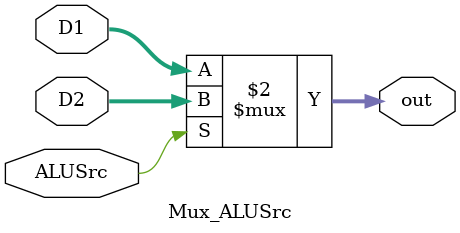
<source format=v>
`timescale 1ns / 1ps
`default_nettype none

module Mux_RegWAC(
    input wire [1:0] RegWAC,
    input wire [4:0] D1,
    input wire [4:0] D2,
    output wire [4:0] out
    );
    assign out = (RegWAC == 2'b00) ? D1 : // Instr[15:11]
                 (RegWAC == 2'b01) ? D2 : // Instr[20:16]
                 (RegWAC == 2'b10) ? 5'h1F : 5'b0; // 11111
endmodule

module Mux_RegWDC(
    input wire [1:0] RegWDC,
    input wire [31:0] D1,
    input wire [31:0] D2,
    input wire [31:0] D3,
    output wire [31:0] out
    );
    assign out = (RegWDC == 2'b00) ? D1 : // ALU:out
                 (RegWDC == 2'b01) ? D2 : // DM:RD
                 (RegWDC == 2'b10) ? D3 : 5'b0; // PC_Calc:PC4
endmodule

module Mux_ALUSrc(
    input wire ALUSrc,
    input wire [31:0] D1,
    input wire [31:0] D2,
    output wire [31:0] out
);
    assign out = (ALUSrc == 1'b0) ? D1 : // GRF:RD2
                 D2; // Ext:imm32
endmodule //Mux

// module Mux_ (
    
// );

// endmodule //Mux

</source>
